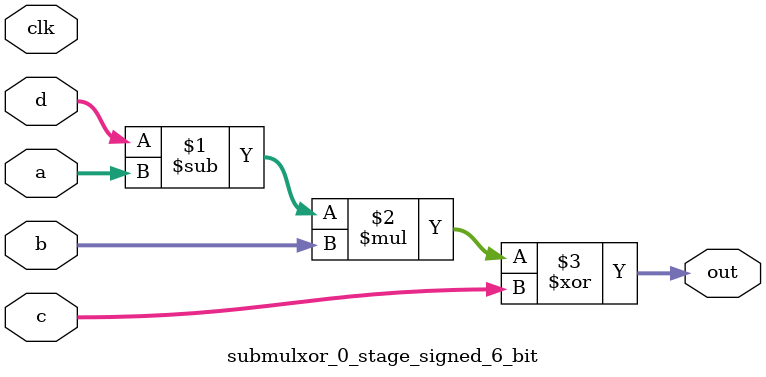
<source format=sv>
(* use_dsp = "yes" *) module submulxor_0_stage_signed_6_bit(
	input signed [5:0] a,
	input signed [5:0] b,
	input signed [5:0] c,
	input signed [5:0] d,
	output [5:0] out,
	input clk);

	assign out = ((d - a) * b) ^ c;
endmodule

</source>
